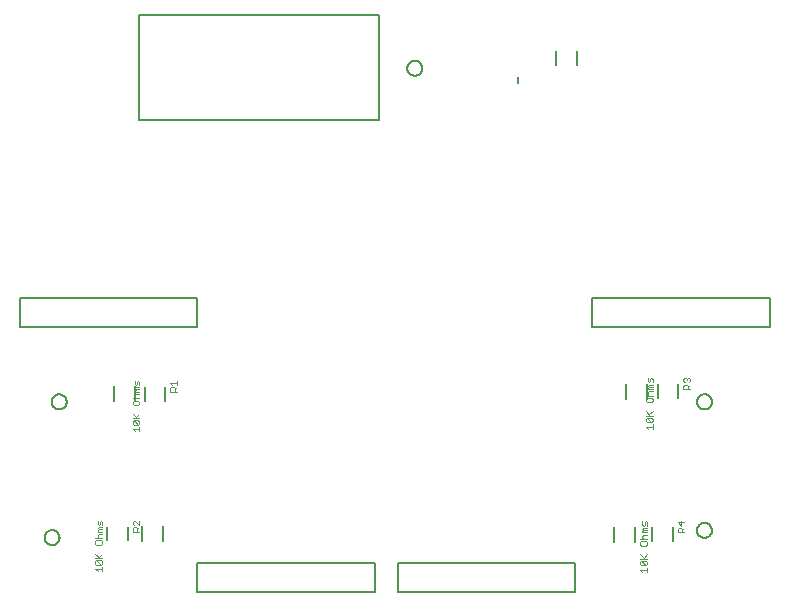
<source format=gto>
G75*
%MOIN*%
%OFA0B0*%
%FSLAX25Y25*%
%IPPOS*%
%LPD*%
%AMOC8*
5,1,8,0,0,1.08239X$1,22.5*
%
%ADD10C,0.00600*%
%ADD11C,0.00500*%
%ADD12C,0.00200*%
%ADD13C,0.00800*%
D10*
X0031593Y0022102D02*
X0031593Y0026702D01*
X0038393Y0026702D02*
X0038393Y0022102D01*
X0043013Y0022049D02*
X0043013Y0026849D01*
X0050013Y0026849D02*
X0050013Y0022049D01*
X0050867Y0068718D02*
X0050867Y0073318D01*
X0044067Y0073318D02*
X0044067Y0068718D01*
X0040702Y0068708D02*
X0040702Y0073508D01*
X0033702Y0073508D02*
X0033702Y0068708D01*
X0181041Y0180577D02*
X0181041Y0185377D01*
X0188041Y0185377D02*
X0188041Y0180577D01*
X0204430Y0074138D02*
X0204430Y0069338D01*
X0211430Y0069338D02*
X0211430Y0074138D01*
X0215153Y0074199D02*
X0215153Y0069599D01*
X0221953Y0069599D02*
X0221953Y0074199D01*
X0220059Y0026453D02*
X0220059Y0021853D01*
X0213259Y0021853D02*
X0213259Y0026453D01*
X0207419Y0026542D02*
X0207419Y0021742D01*
X0200419Y0021742D02*
X0200419Y0026542D01*
D11*
X0010667Y0023091D02*
X0010669Y0023190D01*
X0010675Y0023290D01*
X0010685Y0023389D01*
X0010699Y0023487D01*
X0010716Y0023585D01*
X0010738Y0023682D01*
X0010763Y0023778D01*
X0010792Y0023873D01*
X0010825Y0023967D01*
X0010862Y0024059D01*
X0010902Y0024150D01*
X0010946Y0024239D01*
X0010994Y0024327D01*
X0011045Y0024412D01*
X0011099Y0024495D01*
X0011156Y0024577D01*
X0011217Y0024655D01*
X0011281Y0024732D01*
X0011347Y0024805D01*
X0011417Y0024876D01*
X0011489Y0024944D01*
X0011564Y0025010D01*
X0011642Y0025072D01*
X0011722Y0025131D01*
X0011804Y0025187D01*
X0011888Y0025239D01*
X0011975Y0025288D01*
X0012063Y0025334D01*
X0012153Y0025376D01*
X0012245Y0025415D01*
X0012338Y0025450D01*
X0012432Y0025481D01*
X0012528Y0025508D01*
X0012625Y0025531D01*
X0012722Y0025551D01*
X0012820Y0025567D01*
X0012919Y0025579D01*
X0013018Y0025587D01*
X0013117Y0025591D01*
X0013217Y0025591D01*
X0013316Y0025587D01*
X0013415Y0025579D01*
X0013514Y0025567D01*
X0013612Y0025551D01*
X0013709Y0025531D01*
X0013806Y0025508D01*
X0013902Y0025481D01*
X0013996Y0025450D01*
X0014089Y0025415D01*
X0014181Y0025376D01*
X0014271Y0025334D01*
X0014359Y0025288D01*
X0014446Y0025239D01*
X0014530Y0025187D01*
X0014612Y0025131D01*
X0014692Y0025072D01*
X0014770Y0025010D01*
X0014845Y0024944D01*
X0014917Y0024876D01*
X0014987Y0024805D01*
X0015053Y0024732D01*
X0015117Y0024655D01*
X0015178Y0024577D01*
X0015235Y0024495D01*
X0015289Y0024412D01*
X0015340Y0024327D01*
X0015388Y0024239D01*
X0015432Y0024150D01*
X0015472Y0024059D01*
X0015509Y0023967D01*
X0015542Y0023873D01*
X0015571Y0023778D01*
X0015596Y0023682D01*
X0015618Y0023585D01*
X0015635Y0023487D01*
X0015649Y0023389D01*
X0015659Y0023290D01*
X0015665Y0023190D01*
X0015667Y0023091D01*
X0015665Y0022992D01*
X0015659Y0022892D01*
X0015649Y0022793D01*
X0015635Y0022695D01*
X0015618Y0022597D01*
X0015596Y0022500D01*
X0015571Y0022404D01*
X0015542Y0022309D01*
X0015509Y0022215D01*
X0015472Y0022123D01*
X0015432Y0022032D01*
X0015388Y0021943D01*
X0015340Y0021855D01*
X0015289Y0021770D01*
X0015235Y0021687D01*
X0015178Y0021605D01*
X0015117Y0021527D01*
X0015053Y0021450D01*
X0014987Y0021377D01*
X0014917Y0021306D01*
X0014845Y0021238D01*
X0014770Y0021172D01*
X0014692Y0021110D01*
X0014612Y0021051D01*
X0014530Y0020995D01*
X0014446Y0020943D01*
X0014359Y0020894D01*
X0014271Y0020848D01*
X0014181Y0020806D01*
X0014089Y0020767D01*
X0013996Y0020732D01*
X0013902Y0020701D01*
X0013806Y0020674D01*
X0013709Y0020651D01*
X0013612Y0020631D01*
X0013514Y0020615D01*
X0013415Y0020603D01*
X0013316Y0020595D01*
X0013217Y0020591D01*
X0013117Y0020591D01*
X0013018Y0020595D01*
X0012919Y0020603D01*
X0012820Y0020615D01*
X0012722Y0020631D01*
X0012625Y0020651D01*
X0012528Y0020674D01*
X0012432Y0020701D01*
X0012338Y0020732D01*
X0012245Y0020767D01*
X0012153Y0020806D01*
X0012063Y0020848D01*
X0011975Y0020894D01*
X0011888Y0020943D01*
X0011804Y0020995D01*
X0011722Y0021051D01*
X0011642Y0021110D01*
X0011564Y0021172D01*
X0011489Y0021238D01*
X0011417Y0021306D01*
X0011347Y0021377D01*
X0011281Y0021450D01*
X0011217Y0021527D01*
X0011156Y0021605D01*
X0011099Y0021687D01*
X0011045Y0021770D01*
X0010994Y0021855D01*
X0010946Y0021943D01*
X0010902Y0022032D01*
X0010862Y0022123D01*
X0010825Y0022215D01*
X0010792Y0022309D01*
X0010763Y0022404D01*
X0010738Y0022500D01*
X0010716Y0022597D01*
X0010699Y0022695D01*
X0010685Y0022793D01*
X0010675Y0022892D01*
X0010669Y0022992D01*
X0010667Y0023091D01*
X0061631Y0014685D02*
X0061631Y0005000D01*
X0120686Y0005000D01*
X0120686Y0014685D01*
X0061631Y0014685D01*
X0128560Y0014685D02*
X0128560Y0005000D01*
X0187615Y0005000D01*
X0187615Y0014685D01*
X0128560Y0014685D01*
X0193285Y0093110D02*
X0193285Y0102795D01*
X0252340Y0102795D01*
X0252340Y0093110D01*
X0193285Y0093110D01*
X0228147Y0068366D02*
X0228149Y0068465D01*
X0228155Y0068565D01*
X0228165Y0068664D01*
X0228179Y0068762D01*
X0228196Y0068860D01*
X0228218Y0068957D01*
X0228243Y0069053D01*
X0228272Y0069148D01*
X0228305Y0069242D01*
X0228342Y0069334D01*
X0228382Y0069425D01*
X0228426Y0069514D01*
X0228474Y0069602D01*
X0228525Y0069687D01*
X0228579Y0069770D01*
X0228636Y0069852D01*
X0228697Y0069930D01*
X0228761Y0070007D01*
X0228827Y0070080D01*
X0228897Y0070151D01*
X0228969Y0070219D01*
X0229044Y0070285D01*
X0229122Y0070347D01*
X0229202Y0070406D01*
X0229284Y0070462D01*
X0229368Y0070514D01*
X0229455Y0070563D01*
X0229543Y0070609D01*
X0229633Y0070651D01*
X0229725Y0070690D01*
X0229818Y0070725D01*
X0229912Y0070756D01*
X0230008Y0070783D01*
X0230105Y0070806D01*
X0230202Y0070826D01*
X0230300Y0070842D01*
X0230399Y0070854D01*
X0230498Y0070862D01*
X0230597Y0070866D01*
X0230697Y0070866D01*
X0230796Y0070862D01*
X0230895Y0070854D01*
X0230994Y0070842D01*
X0231092Y0070826D01*
X0231189Y0070806D01*
X0231286Y0070783D01*
X0231382Y0070756D01*
X0231476Y0070725D01*
X0231569Y0070690D01*
X0231661Y0070651D01*
X0231751Y0070609D01*
X0231839Y0070563D01*
X0231926Y0070514D01*
X0232010Y0070462D01*
X0232092Y0070406D01*
X0232172Y0070347D01*
X0232250Y0070285D01*
X0232325Y0070219D01*
X0232397Y0070151D01*
X0232467Y0070080D01*
X0232533Y0070007D01*
X0232597Y0069930D01*
X0232658Y0069852D01*
X0232715Y0069770D01*
X0232769Y0069687D01*
X0232820Y0069602D01*
X0232868Y0069514D01*
X0232912Y0069425D01*
X0232952Y0069334D01*
X0232989Y0069242D01*
X0233022Y0069148D01*
X0233051Y0069053D01*
X0233076Y0068957D01*
X0233098Y0068860D01*
X0233115Y0068762D01*
X0233129Y0068664D01*
X0233139Y0068565D01*
X0233145Y0068465D01*
X0233147Y0068366D01*
X0233145Y0068267D01*
X0233139Y0068167D01*
X0233129Y0068068D01*
X0233115Y0067970D01*
X0233098Y0067872D01*
X0233076Y0067775D01*
X0233051Y0067679D01*
X0233022Y0067584D01*
X0232989Y0067490D01*
X0232952Y0067398D01*
X0232912Y0067307D01*
X0232868Y0067218D01*
X0232820Y0067130D01*
X0232769Y0067045D01*
X0232715Y0066962D01*
X0232658Y0066880D01*
X0232597Y0066802D01*
X0232533Y0066725D01*
X0232467Y0066652D01*
X0232397Y0066581D01*
X0232325Y0066513D01*
X0232250Y0066447D01*
X0232172Y0066385D01*
X0232092Y0066326D01*
X0232010Y0066270D01*
X0231926Y0066218D01*
X0231839Y0066169D01*
X0231751Y0066123D01*
X0231661Y0066081D01*
X0231569Y0066042D01*
X0231476Y0066007D01*
X0231382Y0065976D01*
X0231286Y0065949D01*
X0231189Y0065926D01*
X0231092Y0065906D01*
X0230994Y0065890D01*
X0230895Y0065878D01*
X0230796Y0065870D01*
X0230697Y0065866D01*
X0230597Y0065866D01*
X0230498Y0065870D01*
X0230399Y0065878D01*
X0230300Y0065890D01*
X0230202Y0065906D01*
X0230105Y0065926D01*
X0230008Y0065949D01*
X0229912Y0065976D01*
X0229818Y0066007D01*
X0229725Y0066042D01*
X0229633Y0066081D01*
X0229543Y0066123D01*
X0229455Y0066169D01*
X0229368Y0066218D01*
X0229284Y0066270D01*
X0229202Y0066326D01*
X0229122Y0066385D01*
X0229044Y0066447D01*
X0228969Y0066513D01*
X0228897Y0066581D01*
X0228827Y0066652D01*
X0228761Y0066725D01*
X0228697Y0066802D01*
X0228636Y0066880D01*
X0228579Y0066962D01*
X0228525Y0067045D01*
X0228474Y0067130D01*
X0228426Y0067218D01*
X0228382Y0067307D01*
X0228342Y0067398D01*
X0228305Y0067490D01*
X0228272Y0067584D01*
X0228243Y0067679D01*
X0228218Y0067775D01*
X0228196Y0067872D01*
X0228179Y0067970D01*
X0228165Y0068068D01*
X0228155Y0068167D01*
X0228149Y0068267D01*
X0228147Y0068366D01*
X0228147Y0025531D02*
X0228149Y0025630D01*
X0228155Y0025730D01*
X0228165Y0025829D01*
X0228179Y0025927D01*
X0228196Y0026025D01*
X0228218Y0026122D01*
X0228243Y0026218D01*
X0228272Y0026313D01*
X0228305Y0026407D01*
X0228342Y0026499D01*
X0228382Y0026590D01*
X0228426Y0026679D01*
X0228474Y0026767D01*
X0228525Y0026852D01*
X0228579Y0026935D01*
X0228636Y0027017D01*
X0228697Y0027095D01*
X0228761Y0027172D01*
X0228827Y0027245D01*
X0228897Y0027316D01*
X0228969Y0027384D01*
X0229044Y0027450D01*
X0229122Y0027512D01*
X0229202Y0027571D01*
X0229284Y0027627D01*
X0229368Y0027679D01*
X0229455Y0027728D01*
X0229543Y0027774D01*
X0229633Y0027816D01*
X0229725Y0027855D01*
X0229818Y0027890D01*
X0229912Y0027921D01*
X0230008Y0027948D01*
X0230105Y0027971D01*
X0230202Y0027991D01*
X0230300Y0028007D01*
X0230399Y0028019D01*
X0230498Y0028027D01*
X0230597Y0028031D01*
X0230697Y0028031D01*
X0230796Y0028027D01*
X0230895Y0028019D01*
X0230994Y0028007D01*
X0231092Y0027991D01*
X0231189Y0027971D01*
X0231286Y0027948D01*
X0231382Y0027921D01*
X0231476Y0027890D01*
X0231569Y0027855D01*
X0231661Y0027816D01*
X0231751Y0027774D01*
X0231839Y0027728D01*
X0231926Y0027679D01*
X0232010Y0027627D01*
X0232092Y0027571D01*
X0232172Y0027512D01*
X0232250Y0027450D01*
X0232325Y0027384D01*
X0232397Y0027316D01*
X0232467Y0027245D01*
X0232533Y0027172D01*
X0232597Y0027095D01*
X0232658Y0027017D01*
X0232715Y0026935D01*
X0232769Y0026852D01*
X0232820Y0026767D01*
X0232868Y0026679D01*
X0232912Y0026590D01*
X0232952Y0026499D01*
X0232989Y0026407D01*
X0233022Y0026313D01*
X0233051Y0026218D01*
X0233076Y0026122D01*
X0233098Y0026025D01*
X0233115Y0025927D01*
X0233129Y0025829D01*
X0233139Y0025730D01*
X0233145Y0025630D01*
X0233147Y0025531D01*
X0233145Y0025432D01*
X0233139Y0025332D01*
X0233129Y0025233D01*
X0233115Y0025135D01*
X0233098Y0025037D01*
X0233076Y0024940D01*
X0233051Y0024844D01*
X0233022Y0024749D01*
X0232989Y0024655D01*
X0232952Y0024563D01*
X0232912Y0024472D01*
X0232868Y0024383D01*
X0232820Y0024295D01*
X0232769Y0024210D01*
X0232715Y0024127D01*
X0232658Y0024045D01*
X0232597Y0023967D01*
X0232533Y0023890D01*
X0232467Y0023817D01*
X0232397Y0023746D01*
X0232325Y0023678D01*
X0232250Y0023612D01*
X0232172Y0023550D01*
X0232092Y0023491D01*
X0232010Y0023435D01*
X0231926Y0023383D01*
X0231839Y0023334D01*
X0231751Y0023288D01*
X0231661Y0023246D01*
X0231569Y0023207D01*
X0231476Y0023172D01*
X0231382Y0023141D01*
X0231286Y0023114D01*
X0231189Y0023091D01*
X0231092Y0023071D01*
X0230994Y0023055D01*
X0230895Y0023043D01*
X0230796Y0023035D01*
X0230697Y0023031D01*
X0230597Y0023031D01*
X0230498Y0023035D01*
X0230399Y0023043D01*
X0230300Y0023055D01*
X0230202Y0023071D01*
X0230105Y0023091D01*
X0230008Y0023114D01*
X0229912Y0023141D01*
X0229818Y0023172D01*
X0229725Y0023207D01*
X0229633Y0023246D01*
X0229543Y0023288D01*
X0229455Y0023334D01*
X0229368Y0023383D01*
X0229284Y0023435D01*
X0229202Y0023491D01*
X0229122Y0023550D01*
X0229044Y0023612D01*
X0228969Y0023678D01*
X0228897Y0023746D01*
X0228827Y0023817D01*
X0228761Y0023890D01*
X0228697Y0023967D01*
X0228636Y0024045D01*
X0228579Y0024127D01*
X0228525Y0024210D01*
X0228474Y0024295D01*
X0228426Y0024383D01*
X0228382Y0024472D01*
X0228342Y0024563D01*
X0228305Y0024655D01*
X0228272Y0024749D01*
X0228243Y0024844D01*
X0228218Y0024940D01*
X0228196Y0025037D01*
X0228179Y0025135D01*
X0228165Y0025233D01*
X0228155Y0025332D01*
X0228149Y0025432D01*
X0228147Y0025531D01*
X0122243Y0162256D02*
X0122243Y0197256D01*
X0042243Y0197256D01*
X0042243Y0162256D01*
X0122243Y0162256D01*
X0131564Y0179569D02*
X0131566Y0179668D01*
X0131572Y0179768D01*
X0131582Y0179867D01*
X0131596Y0179965D01*
X0131613Y0180063D01*
X0131635Y0180160D01*
X0131660Y0180256D01*
X0131689Y0180351D01*
X0131722Y0180445D01*
X0131759Y0180537D01*
X0131799Y0180628D01*
X0131843Y0180717D01*
X0131891Y0180805D01*
X0131942Y0180890D01*
X0131996Y0180973D01*
X0132053Y0181055D01*
X0132114Y0181133D01*
X0132178Y0181210D01*
X0132244Y0181283D01*
X0132314Y0181354D01*
X0132386Y0181422D01*
X0132461Y0181488D01*
X0132539Y0181550D01*
X0132619Y0181609D01*
X0132701Y0181665D01*
X0132785Y0181717D01*
X0132872Y0181766D01*
X0132960Y0181812D01*
X0133050Y0181854D01*
X0133142Y0181893D01*
X0133235Y0181928D01*
X0133329Y0181959D01*
X0133425Y0181986D01*
X0133522Y0182009D01*
X0133619Y0182029D01*
X0133717Y0182045D01*
X0133816Y0182057D01*
X0133915Y0182065D01*
X0134014Y0182069D01*
X0134114Y0182069D01*
X0134213Y0182065D01*
X0134312Y0182057D01*
X0134411Y0182045D01*
X0134509Y0182029D01*
X0134606Y0182009D01*
X0134703Y0181986D01*
X0134799Y0181959D01*
X0134893Y0181928D01*
X0134986Y0181893D01*
X0135078Y0181854D01*
X0135168Y0181812D01*
X0135256Y0181766D01*
X0135343Y0181717D01*
X0135427Y0181665D01*
X0135509Y0181609D01*
X0135589Y0181550D01*
X0135667Y0181488D01*
X0135742Y0181422D01*
X0135814Y0181354D01*
X0135884Y0181283D01*
X0135950Y0181210D01*
X0136014Y0181133D01*
X0136075Y0181055D01*
X0136132Y0180973D01*
X0136186Y0180890D01*
X0136237Y0180805D01*
X0136285Y0180717D01*
X0136329Y0180628D01*
X0136369Y0180537D01*
X0136406Y0180445D01*
X0136439Y0180351D01*
X0136468Y0180256D01*
X0136493Y0180160D01*
X0136515Y0180063D01*
X0136532Y0179965D01*
X0136546Y0179867D01*
X0136556Y0179768D01*
X0136562Y0179668D01*
X0136564Y0179569D01*
X0136562Y0179470D01*
X0136556Y0179370D01*
X0136546Y0179271D01*
X0136532Y0179173D01*
X0136515Y0179075D01*
X0136493Y0178978D01*
X0136468Y0178882D01*
X0136439Y0178787D01*
X0136406Y0178693D01*
X0136369Y0178601D01*
X0136329Y0178510D01*
X0136285Y0178421D01*
X0136237Y0178333D01*
X0136186Y0178248D01*
X0136132Y0178165D01*
X0136075Y0178083D01*
X0136014Y0178005D01*
X0135950Y0177928D01*
X0135884Y0177855D01*
X0135814Y0177784D01*
X0135742Y0177716D01*
X0135667Y0177650D01*
X0135589Y0177588D01*
X0135509Y0177529D01*
X0135427Y0177473D01*
X0135343Y0177421D01*
X0135256Y0177372D01*
X0135168Y0177326D01*
X0135078Y0177284D01*
X0134986Y0177245D01*
X0134893Y0177210D01*
X0134799Y0177179D01*
X0134703Y0177152D01*
X0134606Y0177129D01*
X0134509Y0177109D01*
X0134411Y0177093D01*
X0134312Y0177081D01*
X0134213Y0177073D01*
X0134114Y0177069D01*
X0134014Y0177069D01*
X0133915Y0177073D01*
X0133816Y0177081D01*
X0133717Y0177093D01*
X0133619Y0177109D01*
X0133522Y0177129D01*
X0133425Y0177152D01*
X0133329Y0177179D01*
X0133235Y0177210D01*
X0133142Y0177245D01*
X0133050Y0177284D01*
X0132960Y0177326D01*
X0132872Y0177372D01*
X0132785Y0177421D01*
X0132701Y0177473D01*
X0132619Y0177529D01*
X0132539Y0177588D01*
X0132461Y0177650D01*
X0132386Y0177716D01*
X0132314Y0177784D01*
X0132244Y0177855D01*
X0132178Y0177928D01*
X0132114Y0178005D01*
X0132053Y0178083D01*
X0131996Y0178165D01*
X0131942Y0178248D01*
X0131891Y0178333D01*
X0131843Y0178421D01*
X0131799Y0178510D01*
X0131759Y0178601D01*
X0131722Y0178693D01*
X0131689Y0178787D01*
X0131660Y0178882D01*
X0131635Y0178978D01*
X0131613Y0179075D01*
X0131596Y0179173D01*
X0131582Y0179271D01*
X0131572Y0179370D01*
X0131566Y0179470D01*
X0131564Y0179569D01*
X0061395Y0102795D02*
X0061395Y0093110D01*
X0002340Y0093110D01*
X0002340Y0102795D01*
X0061395Y0102795D01*
X0013039Y0068366D02*
X0013041Y0068465D01*
X0013047Y0068565D01*
X0013057Y0068664D01*
X0013071Y0068762D01*
X0013088Y0068860D01*
X0013110Y0068957D01*
X0013135Y0069053D01*
X0013164Y0069148D01*
X0013197Y0069242D01*
X0013234Y0069334D01*
X0013274Y0069425D01*
X0013318Y0069514D01*
X0013366Y0069602D01*
X0013417Y0069687D01*
X0013471Y0069770D01*
X0013528Y0069852D01*
X0013589Y0069930D01*
X0013653Y0070007D01*
X0013719Y0070080D01*
X0013789Y0070151D01*
X0013861Y0070219D01*
X0013936Y0070285D01*
X0014014Y0070347D01*
X0014094Y0070406D01*
X0014176Y0070462D01*
X0014260Y0070514D01*
X0014347Y0070563D01*
X0014435Y0070609D01*
X0014525Y0070651D01*
X0014617Y0070690D01*
X0014710Y0070725D01*
X0014804Y0070756D01*
X0014900Y0070783D01*
X0014997Y0070806D01*
X0015094Y0070826D01*
X0015192Y0070842D01*
X0015291Y0070854D01*
X0015390Y0070862D01*
X0015489Y0070866D01*
X0015589Y0070866D01*
X0015688Y0070862D01*
X0015787Y0070854D01*
X0015886Y0070842D01*
X0015984Y0070826D01*
X0016081Y0070806D01*
X0016178Y0070783D01*
X0016274Y0070756D01*
X0016368Y0070725D01*
X0016461Y0070690D01*
X0016553Y0070651D01*
X0016643Y0070609D01*
X0016731Y0070563D01*
X0016818Y0070514D01*
X0016902Y0070462D01*
X0016984Y0070406D01*
X0017064Y0070347D01*
X0017142Y0070285D01*
X0017217Y0070219D01*
X0017289Y0070151D01*
X0017359Y0070080D01*
X0017425Y0070007D01*
X0017489Y0069930D01*
X0017550Y0069852D01*
X0017607Y0069770D01*
X0017661Y0069687D01*
X0017712Y0069602D01*
X0017760Y0069514D01*
X0017804Y0069425D01*
X0017844Y0069334D01*
X0017881Y0069242D01*
X0017914Y0069148D01*
X0017943Y0069053D01*
X0017968Y0068957D01*
X0017990Y0068860D01*
X0018007Y0068762D01*
X0018021Y0068664D01*
X0018031Y0068565D01*
X0018037Y0068465D01*
X0018039Y0068366D01*
X0018037Y0068267D01*
X0018031Y0068167D01*
X0018021Y0068068D01*
X0018007Y0067970D01*
X0017990Y0067872D01*
X0017968Y0067775D01*
X0017943Y0067679D01*
X0017914Y0067584D01*
X0017881Y0067490D01*
X0017844Y0067398D01*
X0017804Y0067307D01*
X0017760Y0067218D01*
X0017712Y0067130D01*
X0017661Y0067045D01*
X0017607Y0066962D01*
X0017550Y0066880D01*
X0017489Y0066802D01*
X0017425Y0066725D01*
X0017359Y0066652D01*
X0017289Y0066581D01*
X0017217Y0066513D01*
X0017142Y0066447D01*
X0017064Y0066385D01*
X0016984Y0066326D01*
X0016902Y0066270D01*
X0016818Y0066218D01*
X0016731Y0066169D01*
X0016643Y0066123D01*
X0016553Y0066081D01*
X0016461Y0066042D01*
X0016368Y0066007D01*
X0016274Y0065976D01*
X0016178Y0065949D01*
X0016081Y0065926D01*
X0015984Y0065906D01*
X0015886Y0065890D01*
X0015787Y0065878D01*
X0015688Y0065870D01*
X0015589Y0065866D01*
X0015489Y0065866D01*
X0015390Y0065870D01*
X0015291Y0065878D01*
X0015192Y0065890D01*
X0015094Y0065906D01*
X0014997Y0065926D01*
X0014900Y0065949D01*
X0014804Y0065976D01*
X0014710Y0066007D01*
X0014617Y0066042D01*
X0014525Y0066081D01*
X0014435Y0066123D01*
X0014347Y0066169D01*
X0014260Y0066218D01*
X0014176Y0066270D01*
X0014094Y0066326D01*
X0014014Y0066385D01*
X0013936Y0066447D01*
X0013861Y0066513D01*
X0013789Y0066581D01*
X0013719Y0066652D01*
X0013653Y0066725D01*
X0013589Y0066802D01*
X0013528Y0066880D01*
X0013471Y0066962D01*
X0013417Y0067045D01*
X0013366Y0067130D01*
X0013318Y0067218D01*
X0013274Y0067307D01*
X0013234Y0067398D01*
X0013197Y0067490D01*
X0013164Y0067584D01*
X0013135Y0067679D01*
X0013110Y0067775D01*
X0013088Y0067872D01*
X0013071Y0067970D01*
X0013057Y0068068D01*
X0013047Y0068167D01*
X0013041Y0068267D01*
X0013039Y0068366D01*
D12*
X0040065Y0068379D02*
X0040065Y0067645D01*
X0040432Y0067279D01*
X0041900Y0067279D01*
X0042267Y0067645D01*
X0042267Y0068379D01*
X0041900Y0068746D01*
X0040432Y0068746D01*
X0040065Y0068379D01*
X0040065Y0069488D02*
X0042267Y0069488D01*
X0041166Y0069488D02*
X0040799Y0069855D01*
X0040799Y0070589D01*
X0041166Y0070956D01*
X0042267Y0070956D01*
X0042267Y0071698D02*
X0040799Y0071698D01*
X0040799Y0072065D01*
X0041166Y0072432D01*
X0040799Y0072799D01*
X0041166Y0073166D01*
X0042267Y0073166D01*
X0042267Y0072432D02*
X0041166Y0072432D01*
X0041166Y0073908D02*
X0040799Y0074275D01*
X0040799Y0075376D01*
X0041533Y0075009D02*
X0041533Y0074275D01*
X0041166Y0073908D01*
X0042267Y0073908D02*
X0042267Y0075009D01*
X0041900Y0075376D01*
X0041533Y0075009D01*
X0052565Y0074642D02*
X0053299Y0073908D01*
X0053666Y0073166D02*
X0054033Y0072799D01*
X0054033Y0071698D01*
X0054767Y0071698D02*
X0052565Y0071698D01*
X0052565Y0072799D01*
X0052932Y0073166D01*
X0053666Y0073166D01*
X0054033Y0072432D02*
X0054767Y0073166D01*
X0054767Y0073908D02*
X0054767Y0075376D01*
X0054767Y0074642D02*
X0052565Y0074642D01*
X0042267Y0064327D02*
X0041166Y0063226D01*
X0041533Y0062859D02*
X0040065Y0064327D01*
X0040065Y0062859D02*
X0042267Y0062859D01*
X0041900Y0062117D02*
X0042267Y0061750D01*
X0042267Y0061016D01*
X0041900Y0060649D01*
X0040432Y0062117D01*
X0041900Y0062117D01*
X0041900Y0060649D02*
X0040432Y0060649D01*
X0040065Y0061016D01*
X0040065Y0061750D01*
X0040432Y0062117D01*
X0042267Y0059907D02*
X0042267Y0058439D01*
X0042267Y0059173D02*
X0040065Y0059173D01*
X0040799Y0058439D01*
X0040825Y0028760D02*
X0040458Y0028760D01*
X0040091Y0028393D01*
X0040091Y0027659D01*
X0040458Y0027292D01*
X0040458Y0026551D02*
X0041192Y0026551D01*
X0041559Y0026184D01*
X0041559Y0025083D01*
X0041559Y0025817D02*
X0042293Y0026551D01*
X0042293Y0027292D02*
X0040825Y0028760D01*
X0042293Y0028760D02*
X0042293Y0027292D01*
X0040458Y0026551D02*
X0040091Y0026184D01*
X0040091Y0025083D01*
X0042293Y0025083D01*
X0029793Y0025083D02*
X0028325Y0025083D01*
X0028325Y0025450D01*
X0028692Y0025816D01*
X0028325Y0026183D01*
X0028692Y0026550D01*
X0029793Y0026550D01*
X0029793Y0025816D02*
X0028692Y0025816D01*
X0028692Y0024341D02*
X0029793Y0024341D01*
X0028692Y0024341D02*
X0028325Y0023974D01*
X0028325Y0023240D01*
X0028692Y0022873D01*
X0029426Y0022131D02*
X0027958Y0022131D01*
X0027591Y0021764D01*
X0027591Y0021030D01*
X0027958Y0020663D01*
X0029426Y0020663D01*
X0029793Y0021030D01*
X0029793Y0021764D01*
X0029426Y0022131D01*
X0029793Y0022873D02*
X0027591Y0022873D01*
X0028692Y0027292D02*
X0028325Y0027659D01*
X0028325Y0028760D01*
X0029059Y0028393D02*
X0029059Y0027659D01*
X0028692Y0027292D01*
X0029793Y0027292D02*
X0029793Y0028393D01*
X0029426Y0028760D01*
X0029059Y0028393D01*
X0029793Y0017711D02*
X0028692Y0016610D01*
X0029059Y0016243D02*
X0027591Y0017711D01*
X0027591Y0016243D02*
X0029793Y0016243D01*
X0029426Y0015501D02*
X0029793Y0015134D01*
X0029793Y0014400D01*
X0029426Y0014033D01*
X0027958Y0015501D01*
X0029426Y0015501D01*
X0029426Y0014033D02*
X0027958Y0014033D01*
X0027591Y0014400D01*
X0027591Y0015134D01*
X0027958Y0015501D01*
X0029793Y0013291D02*
X0029793Y0011823D01*
X0029793Y0012557D02*
X0027591Y0012557D01*
X0028325Y0011823D01*
X0209257Y0012308D02*
X0211459Y0012308D01*
X0211459Y0011574D02*
X0211459Y0013042D01*
X0211092Y0013784D02*
X0209624Y0015251D01*
X0211092Y0015251D01*
X0211459Y0014884D01*
X0211459Y0014151D01*
X0211092Y0013784D01*
X0209624Y0013784D01*
X0209257Y0014151D01*
X0209257Y0014884D01*
X0209624Y0015251D01*
X0209257Y0015993D02*
X0211459Y0015993D01*
X0210725Y0015993D02*
X0209257Y0017461D01*
X0210358Y0016360D02*
X0211459Y0017461D01*
X0211092Y0020413D02*
X0209624Y0020413D01*
X0209257Y0020780D01*
X0209257Y0021514D01*
X0209624Y0021881D01*
X0211092Y0021881D01*
X0211459Y0021514D01*
X0211459Y0020780D01*
X0211092Y0020413D01*
X0211459Y0022623D02*
X0209257Y0022623D01*
X0209991Y0022990D02*
X0209991Y0023724D01*
X0210358Y0024091D01*
X0211459Y0024091D01*
X0211459Y0024833D02*
X0209991Y0024833D01*
X0209991Y0025200D01*
X0210358Y0025567D01*
X0209991Y0025934D01*
X0210358Y0026301D01*
X0211459Y0026301D01*
X0211459Y0025567D02*
X0210358Y0025567D01*
X0210358Y0027043D02*
X0209991Y0027410D01*
X0209991Y0028511D01*
X0210725Y0028144D02*
X0210725Y0027410D01*
X0210358Y0027043D01*
X0211459Y0027043D02*
X0211459Y0028144D01*
X0211092Y0028511D01*
X0210725Y0028144D01*
X0209991Y0022990D02*
X0210358Y0022623D01*
X0209257Y0012308D02*
X0209991Y0011574D01*
X0221757Y0024833D02*
X0221757Y0025934D01*
X0222124Y0026301D01*
X0222858Y0026301D01*
X0223225Y0025934D01*
X0223225Y0024833D01*
X0223959Y0024833D02*
X0221757Y0024833D01*
X0223225Y0025567D02*
X0223959Y0026301D01*
X0222858Y0027043D02*
X0222858Y0028511D01*
X0223959Y0028144D02*
X0221757Y0028144D01*
X0222858Y0027043D01*
X0213353Y0059320D02*
X0213353Y0060788D01*
X0213353Y0060054D02*
X0211151Y0060054D01*
X0211885Y0059320D01*
X0211518Y0061530D02*
X0211151Y0061897D01*
X0211151Y0062631D01*
X0211518Y0062998D01*
X0212986Y0061530D01*
X0213353Y0061897D01*
X0213353Y0062631D01*
X0212986Y0062998D01*
X0211518Y0062998D01*
X0211151Y0063740D02*
X0213353Y0063740D01*
X0212619Y0063740D02*
X0211151Y0065208D01*
X0212252Y0064107D02*
X0213353Y0065208D01*
X0212986Y0068160D02*
X0213353Y0068527D01*
X0213353Y0069261D01*
X0212986Y0069628D01*
X0211518Y0069628D01*
X0211151Y0069261D01*
X0211151Y0068527D01*
X0211518Y0068160D01*
X0212986Y0068160D01*
X0213353Y0070370D02*
X0211151Y0070370D01*
X0211885Y0070736D02*
X0211885Y0071470D01*
X0212252Y0071837D01*
X0213353Y0071837D01*
X0213353Y0072579D02*
X0211885Y0072579D01*
X0211885Y0072946D01*
X0212252Y0073313D01*
X0211885Y0073680D01*
X0212252Y0074047D01*
X0213353Y0074047D01*
X0213353Y0073313D02*
X0212252Y0073313D01*
X0212252Y0074789D02*
X0211885Y0075156D01*
X0211885Y0076257D01*
X0212619Y0075890D02*
X0212619Y0075156D01*
X0212252Y0074789D01*
X0213353Y0074789D02*
X0213353Y0075890D01*
X0212986Y0076257D01*
X0212619Y0075890D01*
X0211885Y0070736D02*
X0212252Y0070370D01*
X0223651Y0072579D02*
X0223651Y0073680D01*
X0224018Y0074047D01*
X0224752Y0074047D01*
X0225119Y0073680D01*
X0225119Y0072579D01*
X0225853Y0072579D02*
X0223651Y0072579D01*
X0225119Y0073313D02*
X0225853Y0074047D01*
X0225486Y0074789D02*
X0225853Y0075156D01*
X0225853Y0075890D01*
X0225486Y0076257D01*
X0225119Y0076257D01*
X0224752Y0075890D01*
X0224752Y0075523D01*
X0224752Y0075890D02*
X0224385Y0076257D01*
X0224018Y0076257D01*
X0223651Y0075890D01*
X0223651Y0075156D01*
X0224018Y0074789D01*
X0212986Y0061530D02*
X0211518Y0061530D01*
D13*
X0168513Y0174588D02*
X0168513Y0176557D01*
M02*

</source>
